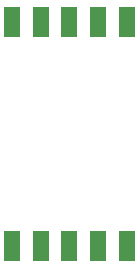
<source format=gbr>
%TF.GenerationSoftware,KiCad,Pcbnew,(6.0.9)*%
%TF.CreationDate,2023-03-10T17:43:12+02:00*%
%TF.ProjectId,RA_CA_2023_6,52415f43-415f-4323-9032-335f362e6b69,rev?*%
%TF.SameCoordinates,Original*%
%TF.FileFunction,Paste,Top*%
%TF.FilePolarity,Positive*%
%FSLAX46Y46*%
G04 Gerber Fmt 4.6, Leading zero omitted, Abs format (unit mm)*
G04 Created by KiCad (PCBNEW (6.0.9)) date 2023-03-10 17:43:12*
%MOMM*%
%LPD*%
G01*
G04 APERTURE LIST*
%ADD10R,1.400000X2.600000*%
G04 APERTURE END LIST*
D10*
%TO.C,U1*%
X146330000Y-81530000D03*
X148780000Y-81530000D03*
X151230000Y-81530000D03*
X153680000Y-81530000D03*
X156130000Y-81530000D03*
X156130000Y-62530000D03*
X153680000Y-62530000D03*
X151230000Y-62530000D03*
X148780000Y-62530000D03*
X146330000Y-62530000D03*
%TD*%
M02*

</source>
